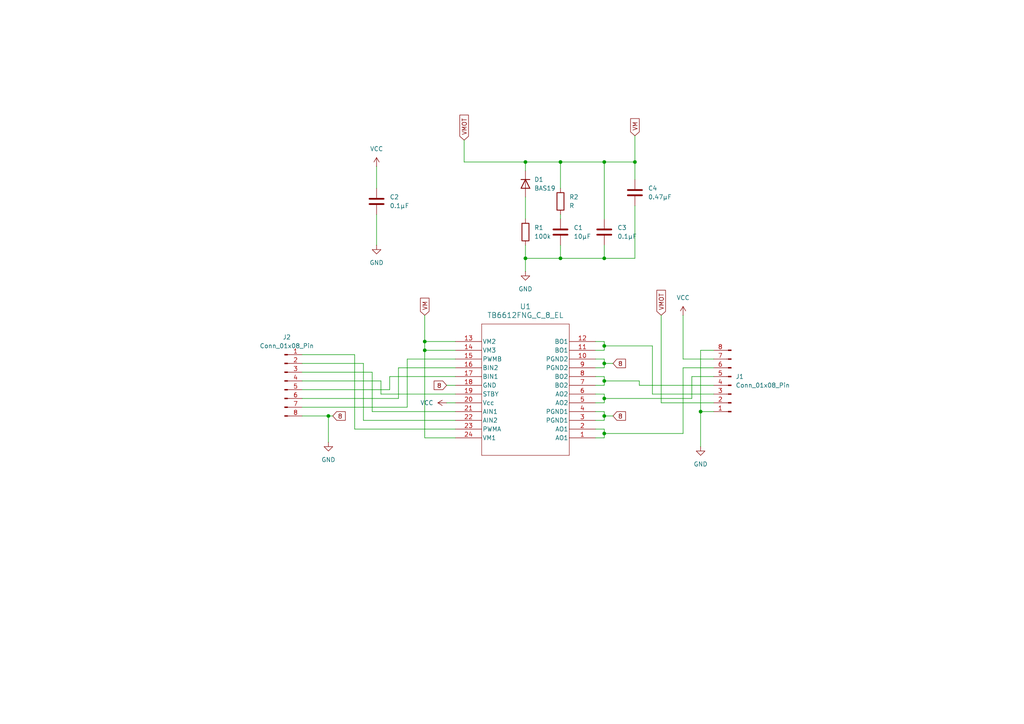
<source format=kicad_sch>
(kicad_sch (version 20231120) (generator "eeschema") (generator_version "8.0")
  (paper "A4")
  (lib_symbols
    (symbol "2024-05-31_07-32-29:TB6612FNG_C_8_EL" (pin_names (offset 0.254))
      (property "Reference" "U" (at 20.32 10.16 0))
      (property "Value" "TB6612FNG_C_8_EL" (at 20.32 7.62 0))
      (symbol "TB6612FNG_C_8_EL_0_1"
        (polyline (pts (xy 7.62 -33.02) (xy 33.02 -33.02)) (stroke (width 0.127)))
        (polyline (pts (xy 7.62 5.08) (xy 7.62 -33.02)) (stroke (width 0.127)))
        (polyline (pts (xy 33.02 -33.02) (xy 33.02 5.08)) (stroke (width 0.127)))
        (polyline (pts (xy 33.02 5.08) (xy 7.62 5.08)) (stroke (width 0.127)))
        (pin output line (at 0 0 0) (length 7.62) (name "AO1") (number "1"))
        (pin power_out line (at 0 -22.86 0) (length 7.62) (name "PGND2") (number "10"))
        (pin output line (at 0 -25.4 0) (length 7.62) (name "BO1") (number "11"))
        (pin output line (at 0 -27.94 0) (length 7.62) (name "BO1") (number "12"))
        (pin power_in line (at 40.64 -27.94 180) (length 7.62) (name "VM2") (number "13"))
        (pin power_in line (at 40.64 -25.4 180) (length 7.62) (name "VM3") (number "14"))
        (pin input line (at 40.64 -22.86 180) (length 7.62) (name "PWMB") (number "15"))
        (pin input line (at 40.64 -20.32 180) (length 7.62) (name "BIN2") (number "16"))
        (pin input line (at 40.64 -17.78 180) (length 7.62) (name "BIN1") (number "17"))
        (pin power_out line (at 40.64 -15.24 180) (length 7.62) (name "GND") (number "18"))
        (pin input line (at 40.64 -12.7 180) (length 7.62) (name "STBY") (number "19"))
        (pin output line (at 0 -2.54 0) (length 7.62) (name "AO1") (number "2"))
        (pin power_in line (at 40.64 -10.16 180) (length 7.62) (name "Vcc") (number "20"))
        (pin input line (at 40.64 -7.62 180) (length 7.62) (name "AIN1") (number "21"))
        (pin input line (at 40.64 -5.08 180) (length 7.62) (name "AIN2") (number "22"))
        (pin input line (at 40.64 -2.54 180) (length 7.62) (name "PWMA") (number "23"))
        (pin power_in line (at 40.64 0 180) (length 7.62) (name "VM1") (number "24"))
        (pin power_out line (at 0 -5.08 0) (length 7.62) (name "PGND1") (number "3"))
        (pin power_out line (at 0 -7.62 0) (length 7.62) (name "PGND1") (number "4"))
        (pin output line (at 0 -10.16 0) (length 7.62) (name "AO2") (number "5"))
        (pin output line (at 0 -12.7 0) (length 7.62) (name "AO2") (number "6"))
        (pin output line (at 0 -15.24 0) (length 7.62) (name "BO2") (number "7"))
        (pin output line (at 0 -17.78 0) (length 7.62) (name "BO2") (number "8"))
        (pin power_out line (at 0 -20.32 0) (length 7.62) (name "PGND2") (number "9"))
      )
    )
    (symbol "Connector:Conn_01x08_Pin" (pin_names (offset 1.016) hide)
      (property "Reference" "J" (at 0 10.16 0))
      (property "Value" "Conn_01x08_Pin" (at 0 -12.7 0))
      (symbol "Conn_01x08_Pin_1_1"
        (polyline (pts (xy 1.27 -10.16) (xy 0.8636 -10.16)) (stroke (width 0.1524)))
        (polyline (pts (xy 1.27 -7.62) (xy 0.8636 -7.62)) (stroke (width 0.1524)))
        (polyline (pts (xy 1.27 -5.08) (xy 0.8636 -5.08)) (stroke (width 0.1524)))
        (polyline (pts (xy 1.27 -2.54) (xy 0.8636 -2.54)) (stroke (width 0.1524)))
        (polyline (pts (xy 1.27 0) (xy 0.8636 0)) (stroke (width 0.1524)))
        (polyline (pts (xy 1.27 2.54) (xy 0.8636 2.54)) (stroke (width 0.1524)))
        (polyline (pts (xy 1.27 5.08) (xy 0.8636 5.08)) (stroke (width 0.1524)))
        (polyline (pts (xy 1.27 7.62) (xy 0.8636 7.62)) (stroke (width 0.1524)))
        (rectangle (start 0.8636 -10.033) (end 0 -10.287) (stroke (width 0.1524)) (fill (type outline)))
        (rectangle (start 0.8636 -7.493) (end 0 -7.747) (stroke (width 0.1524)) (fill (type outline)))
        (rectangle (start 0.8636 -4.953) (end 0 -5.207) (stroke (width 0.1524)) (fill (type outline)))
        (rectangle (start 0.8636 -2.413) (end 0 -2.667) (stroke (width 0.1524)) (fill (type outline)))
        (rectangle (start 0.8636 0.127) (end 0 -0.127) (stroke (width 0.1524)) (fill (type outline)))
        (rectangle (start 0.8636 2.667) (end 0 2.413) (stroke (width 0.1524)) (fill (type outline)))
        (rectangle (start 0.8636 5.207) (end 0 4.953) (stroke (width 0.1524)) (fill (type outline)))
        (rectangle (start 0.8636 7.747) (end 0 7.493) (stroke (width 0.1524)) (fill (type outline)))
        (pin passive line (at 5.08 7.62 180) (length 3.81) (name "Pin_1") (number "1"))
        (pin passive line (at 5.08 5.08 180) (length 3.81) (name "Pin_2") (number "2"))
        (pin passive line (at 5.08 2.54 180) (length 3.81) (name "Pin_3") (number "3"))
        (pin passive line (at 5.08 0 180) (length 3.81) (name "Pin_4") (number "4"))
        (pin passive line (at 5.08 -2.54 180) (length 3.81) (name "Pin_5") (number "5"))
        (pin passive line (at 5.08 -5.08 180) (length 3.81) (name "Pin_6") (number "6"))
        (pin passive line (at 5.08 -7.62 180) (length 3.81) (name "Pin_7") (number "7"))
        (pin passive line (at 5.08 -10.16 180) (length 3.81) (name "Pin_8") (number "8"))
      )
    )
    (symbol "Device:C" (pin_numbers hide) (pin_names (offset 0.254))
      (property "Reference" "C" (at 0.635 2.54 0))
      (property "Value" "C" (at 0.635 -2.54 0))
      (symbol "C_0_1"
        (polyline (pts (xy -2.032 -0.762) (xy 2.032 -0.762)) (stroke (width 0.508)))
        (polyline (pts (xy -2.032 0.762) (xy 2.032 0.762)) (stroke (width 0.508)))
      )
      (symbol "C_1_1"
        (pin passive line (at 0 3.81 270) (length 2.794) (name "~") (number "1"))
        (pin passive line (at 0 -3.81 90) (length 2.794) (name "~") (number "2"))
      )
    )
    (symbol "Device:R" (pin_numbers hide) (pin_names (offset 0))
      (property "Reference" "R" (at 2.032 0 90))
      (property "Value" "R" (at 0 0 90))
      (symbol "R_0_1"
        (rectangle (start -1.016 -2.54) (end 1.016 2.54) (stroke (width 0.254)))
      )
      (symbol "R_1_1"
        (pin passive line (at 0 3.81 270) (length 1.27) (name "~") (number "1"))
        (pin passive line (at 0 -3.81 90) (length 1.27) (name "~") (number "2"))
      )
    )
    (symbol "Diode:BAS19" (pin_numbers hide) (pin_names hide)
      (property "Reference" "D" (at 0 2.54 0))
      (property "Value" "BAS19" (at 0 -2.54 0))
      (symbol "BAS19_0_1"
        (polyline (pts (xy -1.27 1.27) (xy -1.27 -1.27)) (stroke (width 0.254)))
        (polyline (pts (xy 1.27 0) (xy -1.27 0)))
        (polyline (pts (xy 1.27 1.27) (xy 1.27 -1.27) (xy -1.27 0) (xy 1.27 1.27)) (stroke (width 0.254)))
      )
      (symbol "BAS19_1_1"
        (pin passive line (at 3.81 0 180) (length 2.54) (name "A") (number "1"))
        (pin no_connect line (at -1.27 0 0) (length 2.54) hide (name "NC") (number "2"))
        (pin passive line (at -3.81 0 0) (length 2.54) (name "K") (number "3"))
      )
    )
    (symbol "power:GND" (power) (pin_numbers hide) (pin_names (offset 0) hide)
      (property "Value" "GND" (at 0 -3.81 0))
      (symbol "GND_0_1"
        (polyline (pts (xy 0 0) (xy 0 -1.27) (xy 1.27 -1.27) (xy 0 -2.54) (xy -1.27 -1.27) (xy 0 -1.27)))
      )
      (symbol "GND_1_1"
        (pin power_in line (at 0 0 270) (length 0) (name "~") (number "1"))
      )
    )
    (symbol "power:VCC" (power) (pin_numbers hide) (pin_names (offset 0) hide)
      (property "Value" "VCC" (at 0 3.556 0))
      (symbol "VCC_0_1"
        (polyline (pts (xy -0.762 1.27) (xy 0 2.54)))
        (polyline (pts (xy 0 0) (xy 0 2.54)))
        (polyline (pts (xy 0 2.54) (xy 0.762 1.27)))
      )
      (symbol "VCC_1_1"
        (pin power_in line (at 0 0 90) (length 0) (name "~") (number "1"))
      )
    )
  )
  (junction (at 184.15 46.99))
  (junction (at 175.26 115.57))
  (junction (at 175.26 110.49))
  (junction (at 175.26 120.65))
  (junction (at 162.56 74.93))
  (junction (at 152.4 74.93))
  (junction (at 175.26 105.41))
  (junction (at 175.26 125.73))
  (junction (at 175.26 74.93))
  (junction (at 123.19 101.6))
  (junction (at 175.26 100.33))
  (junction (at 203.2 119.38))
  (junction (at 152.4 46.99))
  (junction (at 123.19 99.06))
  (junction (at 175.26 46.99))
  (junction (at 162.56 46.99))
  (junction (at 95.25 120.65))
  (wire (pts (xy 87.63 120.65) (xy 95.25 120.65)))
  (wire (pts (xy 105.41 105.41) (xy 105.41 121.92)))
  (wire (pts (xy 172.72 109.22) (xy 175.26 109.22)))
  (wire (pts (xy 152.4 71.12) (xy 152.4 74.93)))
  (wire (pts (xy 172.72 124.46) (xy 175.26 124.46)))
  (wire (pts (xy 175.26 115.57) (xy 175.26 116.84)))
  (wire (pts (xy 105.41 121.92) (xy 132.08 121.92)))
  (wire (pts (xy 175.26 115.57) (xy 200.66 115.57)))
  (wire (pts (xy 185.42 110.49) (xy 185.42 111.76)))
  (wire (pts (xy 152.4 46.99) (xy 152.4 49.53)))
  (wire (pts (xy 185.42 111.76) (xy 207.01 111.76)))
  (wire (pts (xy 175.26 74.93) (xy 162.56 74.93)))
  (wire (pts (xy 110.49 110.49) (xy 110.49 114.3)))
  (wire (pts (xy 123.19 99.06) (xy 123.19 101.6)))
  (wire (pts (xy 118.11 118.11) (xy 118.11 104.14)))
  (wire (pts (xy 184.15 46.99) (xy 184.15 39.37)))
  (wire (pts (xy 110.49 114.3) (xy 132.08 114.3)))
  (wire (pts (xy 175.26 71.12) (xy 175.26 74.93)))
  (wire (pts (xy 162.56 71.12) (xy 162.56 74.93)))
  (wire (pts (xy 152.4 74.93) (xy 152.4 78.74)))
  (wire (pts (xy 152.4 46.99) (xy 162.56 46.99)))
  (wire (pts (xy 203.2 101.6) (xy 203.2 119.38)))
  (wire (pts (xy 175.26 109.22) (xy 175.26 110.49)))
  (wire (pts (xy 175.26 104.14) (xy 175.26 105.41)))
  (wire (pts (xy 184.15 74.93) (xy 184.15 59.69)))
  (wire (pts (xy 189.23 100.33) (xy 189.23 114.3)))
  (wire (pts (xy 134.62 40.64) (xy 134.62 46.99)))
  (wire (pts (xy 102.87 124.46) (xy 132.08 124.46)))
  (wire (pts (xy 175.26 105.41) (xy 177.8 105.41)))
  (wire (pts (xy 172.72 106.68) (xy 175.26 106.68)))
  (wire (pts (xy 198.12 104.14) (xy 207.01 104.14)))
  (wire (pts (xy 175.26 125.73) (xy 198.12 125.73)))
  (wire (pts (xy 175.26 101.6) (xy 172.72 101.6)))
  (wire (pts (xy 118.11 104.14) (xy 132.08 104.14)))
  (wire (pts (xy 87.63 118.11) (xy 118.11 118.11)))
  (wire (pts (xy 172.72 121.92) (xy 175.26 121.92)))
  (wire (pts (xy 175.26 111.76) (xy 172.72 111.76)))
  (wire (pts (xy 198.12 125.73) (xy 198.12 106.68)))
  (wire (pts (xy 123.19 101.6) (xy 132.08 101.6)))
  (wire (pts (xy 115.57 106.68) (xy 132.08 106.68)))
  (wire (pts (xy 113.03 113.03) (xy 113.03 109.22)))
  (wire (pts (xy 152.4 57.15) (xy 152.4 63.5)))
  (wire (pts (xy 203.2 119.38) (xy 203.2 129.54)))
  (wire (pts (xy 123.19 101.6) (xy 123.19 127)))
  (wire (pts (xy 175.26 114.3) (xy 175.26 115.57)))
  (wire (pts (xy 123.19 91.44) (xy 123.19 99.06)))
  (wire (pts (xy 113.03 109.22) (xy 132.08 109.22)))
  (wire (pts (xy 200.66 115.57) (xy 200.66 109.22)))
  (wire (pts (xy 207.01 101.6) (xy 203.2 101.6)))
  (wire (pts (xy 175.26 106.68) (xy 175.26 105.41)))
  (wire (pts (xy 175.26 99.06) (xy 175.26 100.33)))
  (wire (pts (xy 184.15 46.99) (xy 184.15 52.07)))
  (wire (pts (xy 175.26 124.46) (xy 175.26 125.73)))
  (wire (pts (xy 175.26 110.49) (xy 175.26 111.76)))
  (wire (pts (xy 175.26 120.65) (xy 177.8 120.65)))
  (wire (pts (xy 172.72 99.06) (xy 175.26 99.06)))
  (wire (pts (xy 87.63 105.41) (xy 105.41 105.41)))
  (wire (pts (xy 107.95 119.38) (xy 107.95 107.95)))
  (wire (pts (xy 175.26 100.33) (xy 189.23 100.33)))
  (wire (pts (xy 175.26 46.99) (xy 184.15 46.99)))
  (wire (pts (xy 115.57 115.57) (xy 115.57 106.68)))
  (wire (pts (xy 162.56 74.93) (xy 152.4 74.93)))
  (wire (pts (xy 87.63 102.87) (xy 102.87 102.87)))
  (wire (pts (xy 87.63 113.03) (xy 113.03 113.03)))
  (wire (pts (xy 175.26 74.93) (xy 184.15 74.93)))
  (wire (pts (xy 198.12 106.68) (xy 207.01 106.68)))
  (wire (pts (xy 200.66 109.22) (xy 207.01 109.22)))
  (wire (pts (xy 132.08 119.38) (xy 107.95 119.38)))
  (wire (pts (xy 162.56 62.23) (xy 162.56 63.5)))
  (wire (pts (xy 162.56 46.99) (xy 175.26 46.99)))
  (wire (pts (xy 102.87 102.87) (xy 102.87 124.46)))
  (wire (pts (xy 191.77 91.44) (xy 191.77 116.84)))
  (wire (pts (xy 107.95 107.95) (xy 87.63 107.95)))
  (wire (pts (xy 95.25 120.65) (xy 95.25 128.27)))
  (wire (pts (xy 175.26 110.49) (xy 185.42 110.49)))
  (wire (pts (xy 172.72 119.38) (xy 175.26 119.38)))
  (wire (pts (xy 189.23 114.3) (xy 207.01 114.3)))
  (wire (pts (xy 129.54 116.84) (xy 132.08 116.84)))
  (wire (pts (xy 175.26 46.99) (xy 175.26 63.5)))
  (wire (pts (xy 175.26 119.38) (xy 175.26 120.65)))
  (wire (pts (xy 87.63 115.57) (xy 115.57 115.57)))
  (wire (pts (xy 175.26 121.92) (xy 175.26 120.65)))
  (wire (pts (xy 172.72 114.3) (xy 175.26 114.3)))
  (wire (pts (xy 175.26 116.84) (xy 172.72 116.84)))
  (wire (pts (xy 175.26 127) (xy 172.72 127)))
  (wire (pts (xy 162.56 54.61) (xy 162.56 46.99)))
  (wire (pts (xy 95.25 120.65) (xy 96.52 120.65)))
  (wire (pts (xy 134.62 46.99) (xy 152.4 46.99)))
  (wire (pts (xy 203.2 119.38) (xy 207.01 119.38)))
  (wire (pts (xy 175.26 100.33) (xy 175.26 101.6)))
  (wire (pts (xy 109.22 62.23) (xy 109.22 71.12)))
  (wire (pts (xy 87.63 110.49) (xy 110.49 110.49)))
  (wire (pts (xy 198.12 91.44) (xy 198.12 104.14)))
  (wire (pts (xy 123.19 127) (xy 132.08 127)))
  (wire (pts (xy 191.77 116.84) (xy 207.01 116.84)))
  (wire (pts (xy 172.72 104.14) (xy 175.26 104.14)))
  (wire (pts (xy 129.54 111.76) (xy 132.08 111.76)))
  (wire (pts (xy 109.22 48.26) (xy 109.22 54.61)))
  (wire (pts (xy 123.19 99.06) (xy 132.08 99.06)))
  (wire (pts (xy 175.26 125.73) (xy 175.26 127)))
  (global_label "VMOT" (shape input) (at 191.77 91.44 90) (property "Intersheetrefs" "${INTERSHEET_REFS}" (effects (hide yes))))
  (global_label "8" (shape input) (at 96.52 120.65 0) (property "Intersheetrefs" "${INTERSHEET_REFS}" (effects (hide yes))))
  (global_label "8" (shape input) (at 129.54 111.76 180) (property "Intersheetrefs" "${INTERSHEET_REFS}" (effects (hide yes))))
  (global_label "VM" (shape input) (at 123.19 91.44 90) (property "Intersheetrefs" "${INTERSHEET_REFS}" (effects (hide yes))))
  (global_label "8" (shape input) (at 177.8 105.41 0) (property "Intersheetrefs" "${INTERSHEET_REFS}" (effects (hide yes))))
  (global_label "8" (shape input) (at 177.8 120.65 0) (property "Intersheetrefs" "${INTERSHEET_REFS}" (effects (hide yes))))
  (global_label "VM" (shape input) (at 184.15 39.37 90) (property "Intersheetrefs" "${INTERSHEET_REFS}" (effects (hide yes))))
  (global_label "VMOT" (shape input) (at 134.62 40.64 90) (property "Intersheetrefs" "${INTERSHEET_REFS}" (effects (hide yes))))
  (symbol (lib_id "Connector:Conn_01x08_Pin") (at 212.09 111.76 180) (unit 1)
    (property "Reference" "J1" (at 213.36 109.2199 0) (effects (justify right)))
    (property "Value" "Conn_01x08_Pin" (at 213.36 111.7599 0) (effects (justify right)))
    (property "Footprint" "Connector_JST:JST_EH_B8B-EH-A_1x08_P2.50mm_Vertical" (effects (hide yes)))
    (property "Description" "Generic connector, single row, 01x08, script generated" (effects (hide yes)))
  )
  (symbol (lib_id "2024-05-31_07-32-29:TB6612FNG_C_8_EL") (at 172.72 127 180) (unit 1)
    (property "Reference" "U1" (at 152.4 88.9 0) (effects (font (size 1.524 1.524))))
    (property "Value" "TB6612FNG_C_8_EL" (at 152.4 91.44 0) (effects (font (size 1.524 1.524))))
    (property "Footprint" "Package_SO:HTSSOP-24-1EP_4.4x7.8mm_P0.65mm_EP3.2x5mm" (effects (hide yes)))
    (property "Datasheet" "TB6612FNG_C_8_EL" (effects (hide yes)))
  )
  (symbol (lib_id "power:GND") (at 109.22 71.12 0) (unit 1)
    (property "Reference" "#PWR07" (effects (hide yes)))
    (property "Value" "GND" (at 109.22 76.2 0))
    (property "Description" "Power symbol creates a global label with name \"GND\" , ground" (effects (hide yes)))
  )
  (symbol (lib_id "Diode:BAS19") (at 152.4 53.34 270) (unit 1)
    (property "Reference" "D1" (at 154.94 52.0699 90) (effects (justify left)))
    (property "Value" "BAS19" (at 154.94 54.6099 90) (effects (justify left)))
    (property "Footprint" "Package_TO_SOT_SMD:SOT-23" (effects (hide yes)))
    (property "Datasheet" "https://www.diodes.com/assets/Datasheets/Ds12004.pdf" (effects (hide yes)))
    (property "Description" "120V, 0.4A, High-speed Switching Diode, SOT-23" (effects (hide yes)))
  )
  (symbol (lib_id "Device:C") (at 184.15 55.88 0) (unit 1)
    (property "Reference" "C4" (at 187.96 54.6099 0) (effects (justify left)))
    (property "Value" "0.47μF" (at 187.96 57.1499 0) (effects (justify left)))
    (property "Footprint" "Capacitor_SMD:C_0402_1005Metric" (effects (hide yes)))
    (property "Description" "Unpolarized capacitor" (effects (hide yes)))
  )
  (symbol (lib_id "power:VCC") (at 129.54 116.84 90) (unit 1)
    (property "Reference" "#PWR04" (effects (hide yes)))
    (property "Value" "VCC" (at 125.73 116.8399 90) (effects (justify left)))
    (property "Description" "Power symbol creates a global label with name \"VCC\"" (effects (hide yes)))
  )
  (symbol (lib_id "Connector:Conn_01x08_Pin") (at 82.55 110.49 0) (unit 1)
    (property "Reference" "J2" (at 83.185 97.79 0))
    (property "Value" "Conn_01x08_Pin" (at 83.185 100.33 0))
    (property "Footprint" "Connector_JST:JST_EH_B8B-EH-A_1x08_P2.50mm_Vertical" (effects (hide yes)))
    (property "Description" "Generic connector, single row, 01x08, script generated" (effects (hide yes)))
  )
  (symbol (lib_id "power:GND") (at 203.2 129.54 0) (unit 1)
    (property "Reference" "#PWR02" (effects (hide yes)))
    (property "Value" "GND" (at 203.2 134.62 0))
    (property "Description" "Power symbol creates a global label with name \"GND\" , ground" (effects (hide yes)))
  )
  (symbol (lib_id "Device:C") (at 109.22 58.42 0) (unit 1)
    (property "Reference" "C2" (at 113.03 57.1499 0) (effects (justify left)))
    (property "Value" "0.1μF" (at 113.03 59.6899 0) (effects (justify left)))
    (property "Footprint" "Capacitor_SMD:C_0201_0603Metric" (effects (hide yes)))
    (property "Description" "Unpolarized capacitor" (effects (hide yes)))
  )
  (symbol (lib_id "Device:C") (at 175.26 67.31 0) (unit 1)
    (property "Reference" "C3" (at 179.07 66.0399 0) (effects (justify left)))
    (property "Value" "0.1μF" (at 179.07 68.5799 0) (effects (justify left)))
    (property "Footprint" "Capacitor_SMD:C_0201_0603Metric" (effects (hide yes)))
    (property "Description" "Unpolarized capacitor" (effects (hide yes)))
  )
  (symbol (lib_id "power:VCC") (at 109.22 48.26 0) (unit 1)
    (property "Reference" "#PWR06" (effects (hide yes)))
    (property "Value" "VCC" (at 109.22 43.18 0))
    (property "Description" "Power symbol creates a global label with name \"VCC\"" (effects (hide yes)))
  )
  (symbol (lib_id "power:GND") (at 152.4 78.74 0) (unit 1)
    (property "Reference" "#PWR05" (effects (hide yes)))
    (property "Value" "GND" (at 152.4 83.82 0))
    (property "Description" "Power symbol creates a global label with name \"GND\" , ground" (effects (hide yes)))
  )
  (symbol (lib_id "Device:R") (at 152.4 67.31 0) (unit 1)
    (property "Reference" "R1" (at 154.94 66.0399 0) (effects (justify left)))
    (property "Value" "100k" (at 154.94 68.5799 0) (effects (justify left)))
    (property "Footprint" "Resistor_SMD:R_0201_0603Metric" (effects (hide yes)))
    (property "Description" "Resistor" (effects (hide yes)))
  )
  (symbol (lib_id "Device:R") (at 162.56 58.42 0) (unit 1)
    (property "Reference" "R2" (at 165.1 57.1499 0) (effects (justify left)))
    (property "Value" "R" (at 165.1 59.6899 0) (effects (justify left)))
    (property "Footprint" "Resistor_SMD:R_1206_3216Metric" (effects (hide yes)))
    (property "Description" "Resistor" (effects (hide yes)))
  )
  (symbol (lib_id "power:GND") (at 95.25 128.27 0) (unit 1)
    (property "Reference" "#PWR01" (effects (hide yes)))
    (property "Value" "GND" (at 95.25 133.35 0))
    (property "Description" "Power symbol creates a global label with name \"GND\" , ground" (effects (hide yes)))
  )
  (symbol (lib_id "Device:C") (at 162.56 67.31 0) (unit 1)
    (property "Reference" "C1" (at 166.37 66.0399 0) (effects (justify left)))
    (property "Value" "10μF" (at 166.37 68.5799 0) (effects (justify left)))
    (property "Footprint" "Capacitor_SMD:C_0201_0603Metric" (effects (hide yes)))
    (property "Description" "Unpolarized capacitor" (effects (hide yes)))
  )
  (symbol (lib_id "power:VCC") (at 198.12 91.44 0) (unit 1)
    (property "Reference" "#PWR03" (effects (hide yes)))
    (property "Value" "VCC" (at 198.12 86.36 0))
    (property "Description" "Power symbol creates a global label with name \"VCC\"" (effects (hide yes)))
  )
)
</source>
